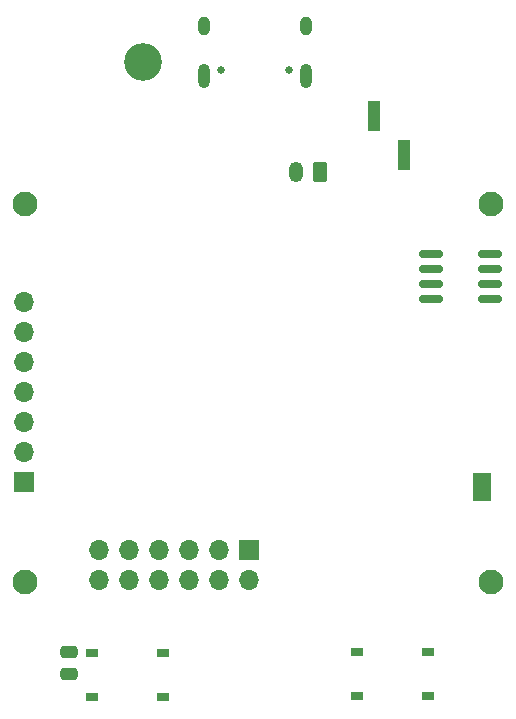
<source format=gbr>
%TF.GenerationSoftware,KiCad,Pcbnew,9.0.0*%
%TF.CreationDate,2026-01-25T00:23:47-05:00*%
%TF.ProjectId,hackapet_v4,6861636b-6170-4657-945f-76342e6b6963,rev?*%
%TF.SameCoordinates,Original*%
%TF.FileFunction,Soldermask,Bot*%
%TF.FilePolarity,Negative*%
%FSLAX46Y46*%
G04 Gerber Fmt 4.6, Leading zero omitted, Abs format (unit mm)*
G04 Created by KiCad (PCBNEW 9.0.0) date 2026-01-25 00:23:47*
%MOMM*%
%LPD*%
G01*
G04 APERTURE LIST*
G04 Aperture macros list*
%AMRoundRect*
0 Rectangle with rounded corners*
0 $1 Rounding radius*
0 $2 $3 $4 $5 $6 $7 $8 $9 X,Y pos of 4 corners*
0 Add a 4 corners polygon primitive as box body*
4,1,4,$2,$3,$4,$5,$6,$7,$8,$9,$2,$3,0*
0 Add four circle primitives for the rounded corners*
1,1,$1+$1,$2,$3*
1,1,$1+$1,$4,$5*
1,1,$1+$1,$6,$7*
1,1,$1+$1,$8,$9*
0 Add four rect primitives between the rounded corners*
20,1,$1+$1,$2,$3,$4,$5,0*
20,1,$1+$1,$4,$5,$6,$7,0*
20,1,$1+$1,$6,$7,$8,$9,0*
20,1,$1+$1,$8,$9,$2,$3,0*%
G04 Aperture macros list end*
%ADD10R,1.000000X2.510000*%
%ADD11C,2.100000*%
%ADD12C,0.650000*%
%ADD13O,1.000000X2.100000*%
%ADD14O,1.000000X1.600000*%
%ADD15R,1.700000X1.700000*%
%ADD16O,1.700000X1.700000*%
%ADD17C,3.200000*%
%ADD18R,1.000000X0.750000*%
%ADD19R,1.500000X1.000000*%
%ADD20RoundRect,0.150000X0.825000X0.150000X-0.825000X0.150000X-0.825000X-0.150000X0.825000X-0.150000X0*%
%ADD21RoundRect,0.250000X-0.475000X0.250000X-0.475000X-0.250000X0.475000X-0.250000X0.475000X0.250000X0*%
%ADD22RoundRect,0.250000X0.350000X0.625000X-0.350000X0.625000X-0.350000X-0.625000X0.350000X-0.625000X0*%
%ADD23O,1.200000X1.750000*%
G04 APERTURE END LIST*
%TO.C,J1*%
G36*
X208450000Y-91100000D02*
G01*
X209950000Y-91100000D01*
X209950000Y-91400000D01*
X208450000Y-91400000D01*
X208450000Y-91100000D01*
G37*
%TD*%
D10*
%TO.C,J2*%
X202590000Y-63160000D03*
X200050000Y-59850000D03*
%TD*%
D11*
%TO.C,REF\u002A\u002A*%
X170500000Y-99300000D03*
%TD*%
D12*
%TO.C,J4*%
X192865000Y-55945000D03*
X187085000Y-55945000D03*
D13*
X194295000Y-56445000D03*
D14*
X194295000Y-52265000D03*
D13*
X185655000Y-56445000D03*
D14*
X185655000Y-52265000D03*
%TD*%
D15*
%TO.C,DISPLAY_SSD1351*%
X170450000Y-90835000D03*
D16*
X170450000Y-88295000D03*
X170450000Y-85755000D03*
X170450000Y-83215000D03*
X170450000Y-80675000D03*
X170450000Y-78135000D03*
X170450000Y-75595000D03*
%TD*%
D15*
%TO.C,BREAKOUT_PINS1*%
X189490000Y-96610000D03*
D16*
X189490000Y-99150000D03*
X186950000Y-96610000D03*
X186950000Y-99150000D03*
X184410000Y-96610000D03*
X184410000Y-99150000D03*
X181870000Y-96610000D03*
X181870000Y-99150000D03*
X179330000Y-96610000D03*
X179330000Y-99150000D03*
X176790000Y-96610000D03*
X176790000Y-99150000D03*
%TD*%
D17*
%TO.C,REF\u002A\u002A*%
X180500000Y-55300000D03*
%TD*%
D11*
%TO.C,REF\u002A\u002A*%
X210000000Y-99300000D03*
%TD*%
%TO.C,REF\u002A\u002A*%
X210000000Y-67300000D03*
%TD*%
%TO.C,REF\u002A\u002A*%
X170500000Y-67300000D03*
%TD*%
D18*
%TO.C,BOOT1*%
X176225000Y-109075000D03*
X182225000Y-109075000D03*
X176225000Y-105325000D03*
X182225000Y-105325000D03*
%TD*%
D19*
%TO.C,J1*%
X209200000Y-90600000D03*
X209200000Y-91900000D03*
%TD*%
D20*
%TO.C,U2*%
X209875000Y-71545000D03*
X209875000Y-72815000D03*
X209875000Y-74085000D03*
X209875000Y-75355000D03*
X204925000Y-75355000D03*
X204925000Y-74085000D03*
X204925000Y-72815000D03*
X204925000Y-71545000D03*
%TD*%
D21*
%TO.C,C9*%
X174250000Y-105200000D03*
X174250000Y-107100000D03*
%TD*%
D22*
%TO.C,J7*%
X195500000Y-64550000D03*
D23*
X193500000Y-64550000D03*
%TD*%
D18*
%TO.C,RESET1*%
X198675000Y-108950000D03*
X204675000Y-108950000D03*
X198675000Y-105200000D03*
X204675000Y-105200000D03*
%TD*%
M02*

</source>
